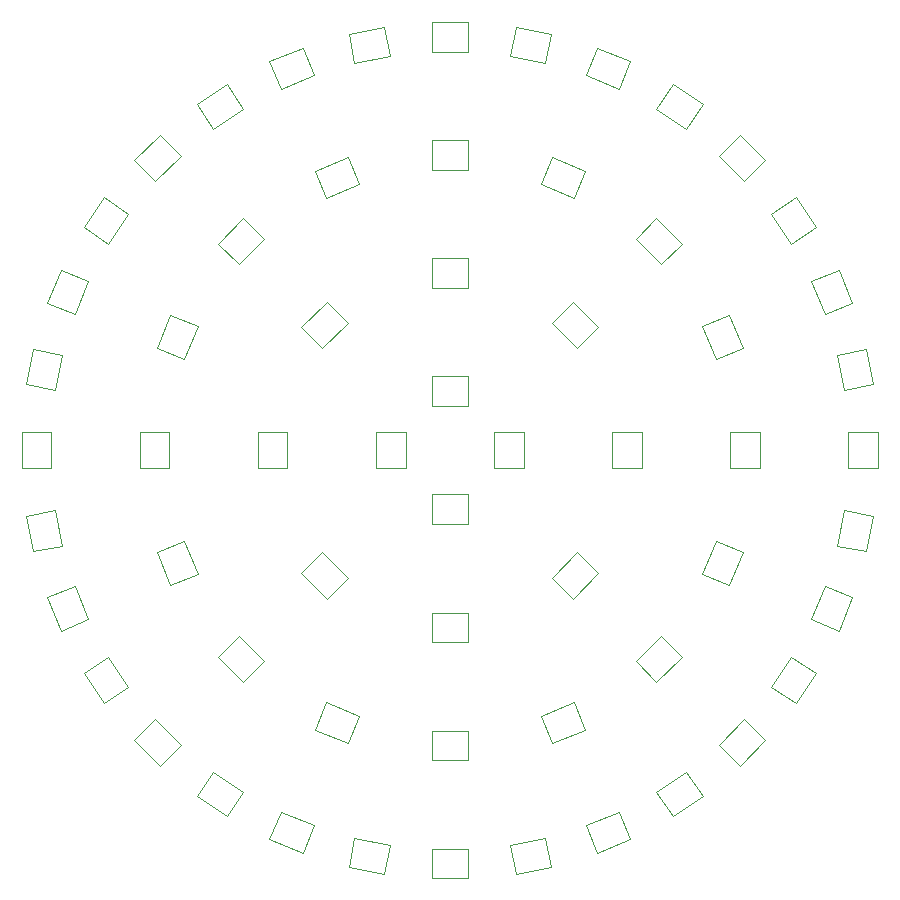
<source format=gbr>
%TF.GenerationSoftware,KiCad,Pcbnew,8.0.2-1*%
%TF.CreationDate,2024-05-17T13:07:53+01:00*%
%TF.ProjectId,Pomodoro_V7,506f6d6f-646f-4726-9f5f-56372e6b6963,rev?*%
%TF.SameCoordinates,Original*%
%TF.FileFunction,Other,User*%
%FSLAX46Y46*%
G04 Gerber Fmt 4.6, Leading zero omitted, Abs format (unit mm)*
G04 Created by KiCad (PCBNEW 8.0.2-1) date 2024-05-17 13:07:53*
%MOMM*%
%LPD*%
G01*
G04 APERTURE LIST*
%ADD10C,0.050000*%
G04 APERTURE END LIST*
D10*
%TO.C,D48*%
X148479999Y-76250000D02*
X151520000Y-76250000D01*
X148480000Y-73750000D02*
X148479999Y-76250000D01*
X151520000Y-76250000D02*
X151520001Y-73750000D01*
X151520001Y-73750000D02*
X148480000Y-73750000D01*
%TO.C,D9*%
X182804966Y-108075092D02*
X185256929Y-108562819D01*
X183398041Y-105093503D02*
X182804966Y-108075092D01*
X185256929Y-108562819D02*
X185850004Y-105581230D01*
X185850004Y-105581230D02*
X183398041Y-105093503D01*
%TO.C,D47*%
X138550264Y-76329842D02*
X139506971Y-78639540D01*
X139506971Y-78639540D02*
X142315566Y-77476182D01*
X141358859Y-75166484D02*
X138550264Y-76329842D01*
X142315566Y-77476182D02*
X141358859Y-75166484D01*
%TO.C,D50*%
X163750000Y-101520000D02*
X166249999Y-101520001D01*
X163750001Y-98479999D02*
X163750000Y-101520000D01*
X166249999Y-101520001D02*
X166250000Y-98480000D01*
X166250000Y-98480000D02*
X163750001Y-98479999D01*
%TO.C,D41*%
X138550262Y-123670158D02*
X141358857Y-124833516D01*
X139506971Y-121360460D02*
X138550262Y-123670158D01*
X141358857Y-124833516D02*
X142315566Y-122523818D01*
X142315566Y-122523818D02*
X139506971Y-121360460D01*
%TO.C,D54*%
X133750000Y-101520000D02*
X136249999Y-101520001D01*
X133750001Y-98479999D02*
X133750000Y-101520000D01*
X136249999Y-101520001D02*
X136250000Y-98480000D01*
X136250000Y-98480000D02*
X133750001Y-98479999D01*
%TO.C,D57*%
X153750000Y-101520000D02*
X156249999Y-101520001D01*
X153750001Y-98479999D02*
X153750000Y-101520000D01*
X156249999Y-101520001D02*
X156250000Y-98480000D01*
X156250000Y-98480000D02*
X153750001Y-98479999D01*
%TO.C,D33*%
X157684434Y-77476182D02*
X160493029Y-78639540D01*
X158641143Y-75166484D02*
X157684434Y-77476182D01*
X160493029Y-78639540D02*
X161449738Y-76329842D01*
X161449738Y-76329842D02*
X158641143Y-75166484D01*
%TO.C,D37*%
X171360460Y-110493029D02*
X173670158Y-111449738D01*
X172523818Y-107684434D02*
X171360460Y-110493029D01*
X173670158Y-111449738D02*
X174833516Y-108641143D01*
X174833516Y-108641143D02*
X172523818Y-107684434D01*
%TO.C,D5*%
X177217632Y-79985670D02*
X178906566Y-82513339D01*
X178906566Y-82513339D02*
X180985240Y-81124414D01*
X179296306Y-78596745D02*
X177217632Y-79985670D01*
X180985240Y-81124414D02*
X179296306Y-78596745D01*
%TO.C,D60*%
X148479999Y-96249999D02*
X151520000Y-96250000D01*
X148480000Y-93750000D02*
X148479999Y-96249999D01*
X151520000Y-96250000D02*
X151520001Y-93750001D01*
X151520001Y-93750001D02*
X148480000Y-93750000D01*
%TO.C,D19*%
X128596745Y-129296307D02*
X131124413Y-130985241D01*
X129985671Y-127217633D02*
X128596745Y-129296307D01*
X131124413Y-130985241D02*
X132513339Y-128906567D01*
X132513339Y-128906567D02*
X129985671Y-127217633D01*
%TO.C,D21*%
X119014760Y-118875586D02*
X120703694Y-121403255D01*
X120703694Y-121403255D02*
X122782368Y-120014330D01*
X121093434Y-117486661D02*
X119014760Y-118875586D01*
X122782368Y-120014330D02*
X121093434Y-117486661D01*
%TO.C,D44*%
X123750000Y-98479999D02*
X123750000Y-101520000D01*
X123750000Y-101520000D02*
X126250000Y-101520001D01*
X126250000Y-98480000D02*
X123750000Y-98479999D01*
X126250000Y-101520001D02*
X126250000Y-98480000D01*
%TO.C,D11*%
X177217633Y-120014329D02*
X179296307Y-121403255D01*
X178906567Y-117486661D02*
X177217633Y-120014329D01*
X179296307Y-121403255D02*
X180985241Y-118875587D01*
X180985241Y-118875587D02*
X178906567Y-117486661D01*
%TO.C,D42*%
X130363644Y-117486749D02*
X132513249Y-119636355D01*
X132131411Y-115718983D02*
X130363644Y-117486749D01*
X132513249Y-119636355D02*
X134281016Y-117868589D01*
X134281016Y-117868589D02*
X132131411Y-115718983D01*
%TO.C,D45*%
X125166484Y-91358857D02*
X127476182Y-92315566D01*
X126329842Y-88550262D02*
X125166484Y-91358857D01*
X127476182Y-92315566D02*
X128639540Y-89506971D01*
X128639540Y-89506971D02*
X126329842Y-88550262D01*
%TO.C,D28*%
X123292576Y-75442182D02*
X125060343Y-77209949D01*
X125060343Y-77209949D02*
X127209948Y-75060344D01*
X125442181Y-73292577D02*
X123292576Y-75442182D01*
X127209948Y-75060344D02*
X125442181Y-73292577D01*
%TO.C,D12*%
X172790052Y-124939656D02*
X174557819Y-126707423D01*
X174557819Y-126707423D02*
X176707424Y-124557818D01*
X174939657Y-122790051D02*
X172790052Y-124939656D01*
X176707424Y-124557818D02*
X174939657Y-122790051D01*
%TO.C,D32*%
X148479999Y-66250000D02*
X151520000Y-66250000D01*
X148480000Y-63750000D02*
X148479999Y-66250000D01*
X151520000Y-66250000D02*
X151520001Y-63750000D01*
X151520001Y-63750000D02*
X148480000Y-63750000D01*
%TO.C,D58*%
X148479999Y-106249999D02*
X151520000Y-106250000D01*
X148480000Y-103750000D02*
X148479999Y-106249999D01*
X151520000Y-106250000D02*
X151520001Y-103750001D01*
X151520001Y-103750001D02*
X148480000Y-103750000D01*
%TO.C,D1*%
X155093503Y-66601959D02*
X158075092Y-67195034D01*
X155581230Y-64149996D02*
X155093503Y-66601959D01*
X158075092Y-67195034D02*
X158562819Y-64743071D01*
X158562819Y-64743071D02*
X155581230Y-64149996D01*
%TO.C,D46*%
X130363645Y-82513249D02*
X132131411Y-84281016D01*
X132131411Y-84281016D02*
X134281017Y-82131411D01*
X132513251Y-80363644D02*
X130363645Y-82513249D01*
X134281017Y-82131411D02*
X132513251Y-80363644D01*
%TO.C,D14*%
X161511269Y-131762613D02*
X162467977Y-134072312D01*
X162467977Y-134072312D02*
X165276571Y-132908955D01*
X164319863Y-130599256D02*
X161511269Y-131762613D01*
X165276571Y-132908955D02*
X164319863Y-130599256D01*
%TO.C,D51*%
X158647916Y-110797521D02*
X160415682Y-112565288D01*
X160415682Y-112565288D02*
X162565288Y-110415683D01*
X160797522Y-108647916D02*
X158647916Y-110797521D01*
X162565288Y-110415683D02*
X160797522Y-108647916D01*
%TO.C,D17*%
X141437181Y-135256929D02*
X144418770Y-135850004D01*
X141924908Y-132804966D02*
X141437181Y-135256929D01*
X144418770Y-135850004D02*
X144906497Y-133398041D01*
X144906497Y-133398041D02*
X141924908Y-132804966D01*
%TO.C,D6*%
X180599256Y-85680137D02*
X181762613Y-88488731D01*
X181762613Y-88488731D02*
X184072312Y-87532023D01*
X182908955Y-84723429D02*
X180599256Y-85680137D01*
X184072312Y-87532023D02*
X182908955Y-84723429D01*
%TO.C,D3*%
X167486661Y-71093433D02*
X170014329Y-72782367D01*
X168875587Y-69014759D02*
X167486661Y-71093433D01*
X170014329Y-72782367D02*
X171403255Y-70703693D01*
X171403255Y-70703693D02*
X168875587Y-69014759D01*
%TO.C,D56*%
X148479999Y-86249999D02*
X151520000Y-86250000D01*
X148480000Y-83750000D02*
X148479999Y-86249999D01*
X151520000Y-86250000D02*
X151520001Y-83750001D01*
X151520001Y-83750001D02*
X148480000Y-83750000D01*
%TO.C,D26*%
X115927688Y-87532023D02*
X118237386Y-88488732D01*
X117091046Y-84723428D02*
X115927688Y-87532023D01*
X118237386Y-88488732D02*
X119400744Y-85680137D01*
X119400744Y-85680137D02*
X117091046Y-84723428D01*
%TO.C,D25*%
X114149996Y-94418770D02*
X116601959Y-94906497D01*
X114743071Y-91437181D02*
X114149996Y-94418770D01*
X116601959Y-94906497D02*
X117195034Y-91924908D01*
X117195034Y-91924908D02*
X114743071Y-91437181D01*
%TO.C,D27*%
X119014759Y-81124413D02*
X121093433Y-82513339D01*
X120703693Y-78596745D02*
X119014759Y-81124413D01*
X121093433Y-82513339D02*
X122782367Y-79985671D01*
X122782367Y-79985671D02*
X120703693Y-78596745D01*
%TO.C,D55*%
X137434712Y-89584317D02*
X139202478Y-91352084D01*
X139202478Y-91352084D02*
X141352084Y-89202479D01*
X139584318Y-87434712D02*
X137434712Y-89584317D01*
X141352084Y-89202479D02*
X139584318Y-87434712D01*
%TO.C,D4*%
X172790051Y-75060343D02*
X174939656Y-77209948D01*
X174557818Y-73292576D02*
X172790051Y-75060343D01*
X174939656Y-77209948D02*
X176707423Y-75442181D01*
X176707423Y-75442181D02*
X174557818Y-73292576D01*
%TO.C,D22*%
X115927688Y-112467977D02*
X117091045Y-115276571D01*
X117091045Y-115276571D02*
X119400744Y-114319863D01*
X118237387Y-111511269D02*
X115927688Y-112467977D01*
X119400744Y-114319863D02*
X118237387Y-111511269D01*
%TO.C,D30*%
X134723429Y-67091045D02*
X135680137Y-69400744D01*
X135680137Y-69400744D02*
X138488731Y-68237387D01*
X137532023Y-65927688D02*
X134723429Y-67091045D01*
X138488731Y-68237387D02*
X137532023Y-65927688D01*
%TO.C,D10*%
X180599256Y-114319863D02*
X182908954Y-115276572D01*
X181762614Y-111511268D02*
X180599256Y-114319863D01*
X182908954Y-115276572D02*
X184072312Y-112467977D01*
X184072312Y-112467977D02*
X181762614Y-111511268D01*
%TO.C,D18*%
X134723428Y-132908954D02*
X137532023Y-134072312D01*
X135680137Y-130599256D02*
X134723428Y-132908954D01*
X137532023Y-134072312D02*
X138488732Y-131762614D01*
X138488732Y-131762614D02*
X135680137Y-130599256D01*
%TO.C,D36*%
X173750000Y-98479999D02*
X173750000Y-101520000D01*
X173750000Y-101520000D02*
X176250000Y-101520001D01*
X176250000Y-98480000D02*
X173750000Y-98479999D01*
X176250000Y-101520001D02*
X176250000Y-98480000D01*
%TO.C,D7*%
X182804966Y-91924907D02*
X183398041Y-94906496D01*
X183398041Y-94906496D02*
X185850004Y-94418769D01*
X185256929Y-91437180D02*
X182804966Y-91924907D01*
X185850004Y-94418769D02*
X185256929Y-91437180D01*
%TO.C,D38*%
X165718983Y-117868589D02*
X167486749Y-119636356D01*
X167486749Y-119636356D02*
X169636355Y-117486751D01*
X167868589Y-115718984D02*
X165718983Y-117868589D01*
X169636355Y-117486751D02*
X167868589Y-115718984D01*
%TO.C,D15*%
X155093504Y-133398041D02*
X155581231Y-135850004D01*
X155581231Y-135850004D02*
X158562820Y-135256929D01*
X158075093Y-132804966D02*
X155093504Y-133398041D01*
X158562820Y-135256929D02*
X158075093Y-132804966D01*
%TO.C,D16*%
X148479999Y-136250000D02*
X151520000Y-136250000D01*
X148480000Y-133750000D02*
X148479999Y-136250000D01*
X151520000Y-136250000D02*
X151520001Y-133750000D01*
X151520001Y-133750000D02*
X148480000Y-133750000D01*
%TO.C,D49*%
X158647916Y-89202478D02*
X160797521Y-91352084D01*
X160415683Y-87434712D02*
X158647916Y-89202478D01*
X160797521Y-91352084D02*
X162565288Y-89584318D01*
X162565288Y-89584318D02*
X160415683Y-87434712D01*
%TO.C,D20*%
X123292577Y-124557819D02*
X125442182Y-126707424D01*
X125060344Y-122790052D02*
X123292577Y-124557819D01*
X125442182Y-126707424D02*
X127209949Y-124939657D01*
X127209949Y-124939657D02*
X125060344Y-122790052D01*
%TO.C,D13*%
X167486661Y-128906566D02*
X168875586Y-130985240D01*
X168875586Y-130985240D02*
X171403255Y-129296306D01*
X170014330Y-127217632D02*
X167486661Y-128906566D01*
X171403255Y-129296306D02*
X170014330Y-127217632D01*
%TO.C,D2*%
X161511268Y-68237386D02*
X164319863Y-69400744D01*
X162467977Y-65927688D02*
X161511268Y-68237386D01*
X164319863Y-69400744D02*
X165276572Y-67091046D01*
X165276572Y-67091046D02*
X162467977Y-65927688D01*
%TO.C,D24*%
X113750000Y-98479999D02*
X113750000Y-101520000D01*
X113750000Y-101520000D02*
X116250000Y-101520001D01*
X116250000Y-98480000D02*
X113750000Y-98479999D01*
X116250000Y-101520001D02*
X116250000Y-98480000D01*
%TO.C,D23*%
X114149996Y-105581231D02*
X114743071Y-108562820D01*
X114743071Y-108562820D02*
X117195034Y-108075093D01*
X116601959Y-105093504D02*
X114149996Y-105581231D01*
X117195034Y-108075093D02*
X116601959Y-105093504D01*
%TO.C,D34*%
X165718984Y-82131411D02*
X167868589Y-84281017D01*
X167486751Y-80363645D02*
X165718984Y-82131411D01*
X167868589Y-84281017D02*
X169636356Y-82513251D01*
X169636356Y-82513251D02*
X167486751Y-80363645D01*
%TO.C,D53*%
X137434712Y-110415682D02*
X139584317Y-112565288D01*
X139202479Y-108647916D02*
X137434712Y-110415682D01*
X139584317Y-112565288D02*
X141352084Y-110797522D01*
X141352084Y-110797522D02*
X139202479Y-108647916D01*
%TO.C,D31*%
X141437180Y-64743071D02*
X141924907Y-67195034D01*
X141924907Y-67195034D02*
X144906496Y-66601959D01*
X144418769Y-64149996D02*
X141437180Y-64743071D01*
X144906496Y-66601959D02*
X144418769Y-64149996D01*
%TO.C,D52*%
X148479999Y-116249999D02*
X151520000Y-116250000D01*
X148480000Y-113750000D02*
X148479999Y-116249999D01*
X151520000Y-116250000D02*
X151520001Y-113750001D01*
X151520001Y-113750001D02*
X148480000Y-113750000D01*
%TO.C,D35*%
X171360460Y-89506971D02*
X172523818Y-92315566D01*
X172523818Y-92315566D02*
X174833516Y-91358859D01*
X173670158Y-88550264D02*
X171360460Y-89506971D01*
X174833516Y-91358859D02*
X173670158Y-88550264D01*
%TO.C,D43*%
X125166484Y-108641141D02*
X126329842Y-111449736D01*
X126329842Y-111449736D02*
X128639540Y-110493029D01*
X127476182Y-107684434D02*
X125166484Y-108641141D01*
X128639540Y-110493029D02*
X127476182Y-107684434D01*
%TO.C,D39*%
X157684434Y-122523818D02*
X158641141Y-124833516D01*
X158641141Y-124833516D02*
X161449736Y-123670158D01*
X160493029Y-121360460D02*
X157684434Y-122523818D01*
X161449736Y-123670158D02*
X160493029Y-121360460D01*
%TO.C,D59*%
X143750000Y-101520000D02*
X146249999Y-101520001D01*
X143750001Y-98479999D02*
X143750000Y-101520000D01*
X146249999Y-101520001D02*
X146250000Y-98480000D01*
X146250000Y-98480000D02*
X143750001Y-98479999D01*
%TO.C,D40*%
X148479999Y-126250000D02*
X151520000Y-126250000D01*
X148480000Y-123750000D02*
X148479999Y-126250000D01*
X151520000Y-126250000D02*
X151520001Y-123750000D01*
X151520001Y-123750000D02*
X148480000Y-123750000D01*
%TO.C,D8*%
X183750000Y-98479999D02*
X183750000Y-101520000D01*
X183750000Y-101520000D02*
X186250000Y-101520001D01*
X186250000Y-98480000D02*
X183750000Y-98479999D01*
X186250000Y-101520001D02*
X186250000Y-98480000D01*
%TO.C,D29*%
X128596745Y-70703694D02*
X129985670Y-72782368D01*
X129985670Y-72782368D02*
X132513339Y-71093434D01*
X131124414Y-69014760D02*
X128596745Y-70703694D01*
X132513339Y-71093434D02*
X131124414Y-69014760D01*
%TD*%
M02*

</source>
